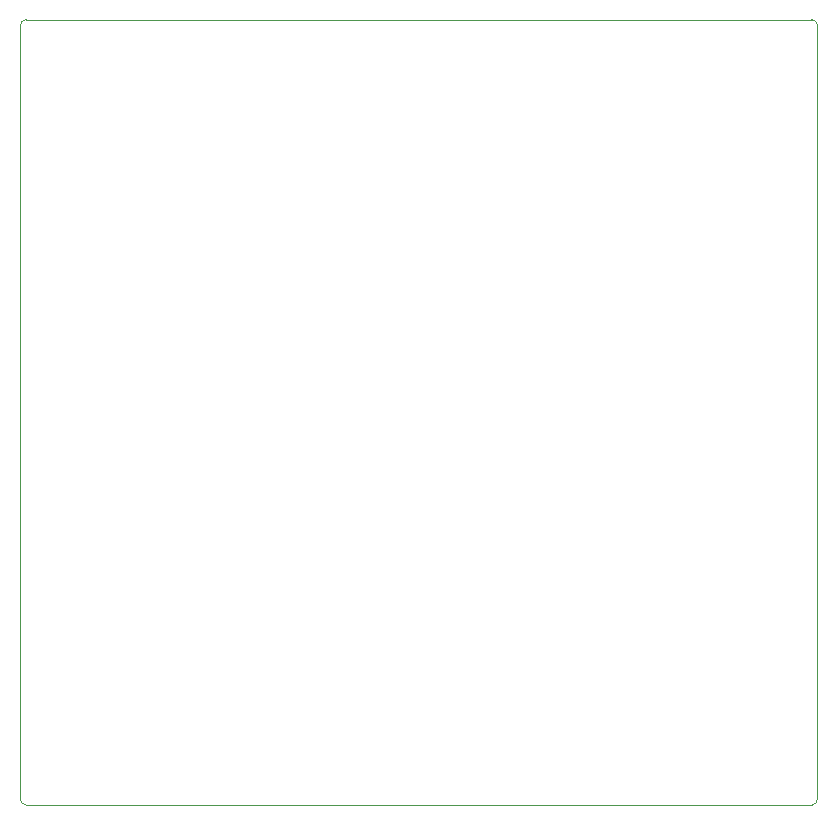
<source format=gbr>
%TF.GenerationSoftware,KiCad,Pcbnew,(5.1.6)-1*%
%TF.CreationDate,2020-06-25T23:28:32-05:00*%
%TF.ProjectId,rascsi_din,72617363-7369-45f6-9469-6e2e6b696361,rev?*%
%TF.SameCoordinates,Original*%
%TF.FileFunction,Legend,Bot*%
%TF.FilePolarity,Positive*%
%FSLAX46Y46*%
G04 Gerber Fmt 4.6, Leading zero omitted, Abs format (unit mm)*
G04 Created by KiCad (PCBNEW (5.1.6)-1) date 2020-06-25 23:28:32*
%MOMM*%
%LPD*%
G01*
G04 APERTURE LIST*
%TA.AperFunction,Profile*%
%ADD10C,0.050000*%
%TD*%
G04 APERTURE END LIST*
D10*
X121500000Y-114000000D02*
G75*
G02*
X121000000Y-114500000I-500000J0D01*
G01*
X54500000Y-114500000D02*
G75*
G02*
X54000000Y-114000000I0J500000D01*
G01*
X54000000Y-48500000D02*
G75*
G02*
X54500000Y-48000000I500000J0D01*
G01*
X121000000Y-48000000D02*
G75*
G02*
X121500000Y-48500000I0J-500000D01*
G01*
X54000000Y-114000000D02*
X54000000Y-48500000D01*
X121000000Y-114500000D02*
X54500000Y-114500000D01*
X121500000Y-48500000D02*
X121500000Y-114000000D01*
X54500000Y-48000000D02*
X121000000Y-48000000D01*
M02*

</source>
